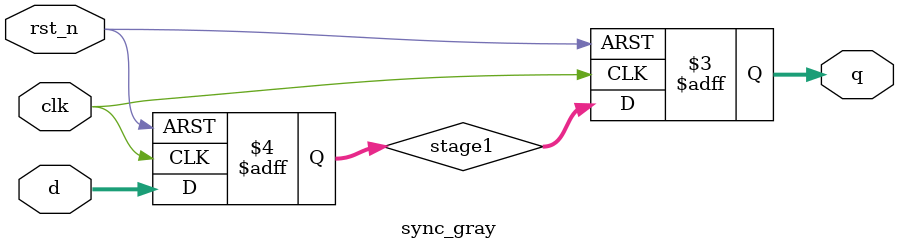
<source format=sv>
module sync_gray #(parameter WIDTH=3)(
    input logic clk,
    input logic rst_n,
    input logic [WIDTH-1:0]d,
    output logic [WIDTH-1:0]q
);

logic [WIDTH-1:0] stage1;

always_ff @ (posedge clk or negedge rst_n)begin
    if (!rst_n) begin
        stage1 <= '0;
        q<='0;
    end
    else begin
        stage1 <= d;
        q <= stage1;
    end
end
    
endmodule

</source>
